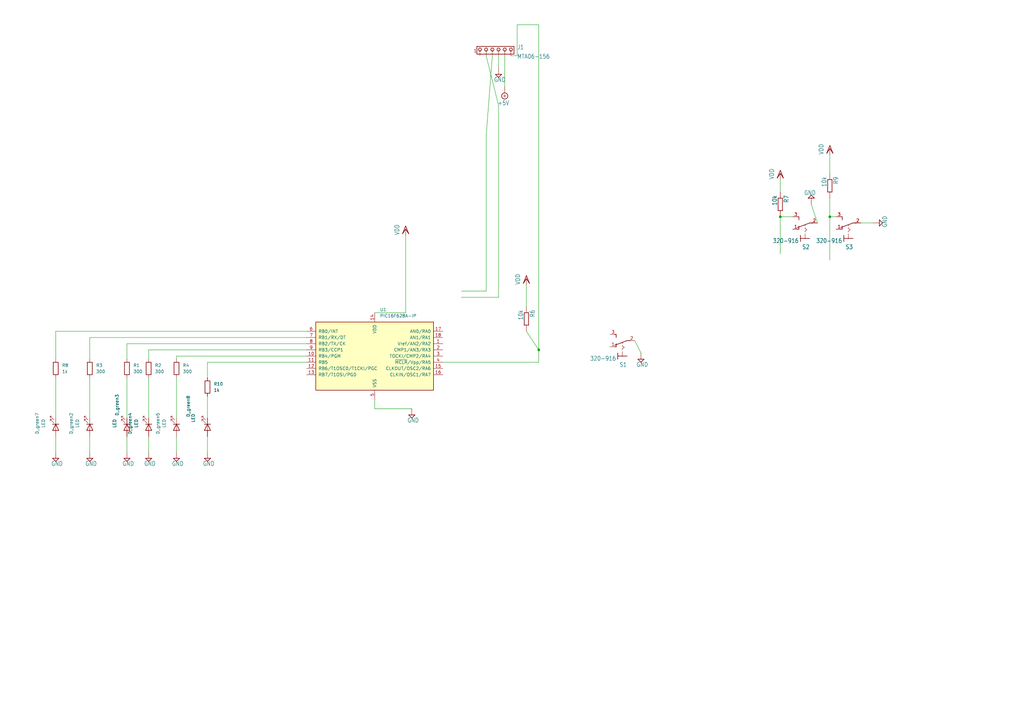
<source format=kicad_sch>
(kicad_sch (version 20250114) (generator "eeschema") (generator_version "9.0")
  (paper "A3")
  (lib_symbols
    (symbol "Device:LED" (pin_numbers (hide yes)) (pin_names (offset 1.016) (hide yes))
      (property "Reference" "D" (at 0 2.54 0))
      (property "Value" "LED" (at 0 -2.54 0))
      (symbol "LED_0_1"
        (polyline (pts (xy -3.048 -0.762) (xy -4.572 -2.286) (xy -3.81 -2.286) (xy -4.572 -2.286) (xy -4.572 -1.524)))
        (polyline (pts (xy -1.778 -0.762) (xy -3.302 -2.286) (xy -2.54 -2.286) (xy -3.302 -2.286) (xy -3.302 -1.524)))
        (polyline (pts (xy -1.27 0) (xy 1.27 0)))
        (polyline (pts (xy -1.27 -1.27) (xy -1.27 1.27)) (stroke (width 0.254)))
        (polyline (pts (xy 1.27 -1.27) (xy 1.27 1.27) (xy -1.27 0) (xy 1.27 -1.27)) (stroke (width 0.254)))
      )
      (symbol "LED_1_1"
        (pin passive line (at -3.81 0 0) (length 2.54) (name "K") (number "1"))
        (pin passive line (at 3.81 0 180) (length 2.54) (name "A") (number "2"))
      )
    )
    (symbol "Device:R" (pin_numbers (hide yes)) (pin_names (offset 0))
      (property "Reference" "R" (at 2.032 0 90))
      (property "Value" "R" (at 0 0 90))
      (symbol "R_0_1"
        (rectangle (start -1.016 -2.54) (end 1.016 2.54) (stroke (width 0.254)))
      )
      (symbol "R_1_1"
        (pin passive line (at 0 3.81 270) (length 1.27) (name "~") (number "1"))
        (pin passive line (at 0 -3.81 90) (length 1.27) (name "~") (number "2"))
      )
    )
    (symbol "MCU_Microchip_PIC16:PIC16F628A-IP" (pin_names (offset 1.016))
      (property "Reference" "U" (at -24.13 17.78 0))
      (property "Value" "PIC16F628A-IP" (at -24.13 15.24 0))
      (symbol "PIC16F628A-IP_0_1"
        (rectangle (start 24.13 13.97) (end -24.13 -13.97) (stroke (width 0.254)) (fill (type background)))
      )
      (symbol "PIC16F628A-IP_1_1"
        (pin bidirectional line (at -27.94 10.16 0) (length 3.81) (name "RB0/INT") (number "6"))
        (pin bidirectional line (at -27.94 7.62 0) (length 3.81) (name "RB1/RX/DT") (number "7"))
        (pin bidirectional line (at -27.94 5.08 0) (length 3.81) (name "RB2/TX/CK") (number "8"))
        (pin bidirectional line (at -27.94 2.54 0) (length 3.81) (name "RB3/CCP1") (number "9"))
        (pin bidirectional line (at -27.94 0 0) (length 3.81) (name "RB4/PGM") (number "10"))
        (pin bidirectional line (at -27.94 -2.54 0) (length 3.81) (name "RB5") (number "11"))
        (pin bidirectional line (at -27.94 -5.08 0) (length 3.81) (name "RB6/T1OSC0/T1CKI/PGC") (number "12"))
        (pin bidirectional line (at -27.94 -7.62 0) (length 3.81) (name "RB7/T1OSI/PGD") (number "13"))
        (pin power_in line (at 0 17.78 270) (length 3.81) (name "VDD") (number "14"))
        (pin power_in line (at 0 -17.78 90) (length 3.81) (name "VSS") (number "5"))
        (pin bidirectional line (at 27.94 10.16 180) (length 3.81) (name "AN0/RA0") (number "17"))
        (pin bidirectional line (at 27.94 7.62 180) (length 3.81) (name "AN1/RA1") (number "18"))
        (pin bidirectional line (at 27.94 5.08 180) (length 3.81) (name "Vref/AN2/RA2") (number "1"))
        (pin bidirectional line (at 27.94 2.54 180) (length 3.81) (name "CMP1/AN3/RA3") (number "2"))
        (pin bidirectional line (at 27.94 0 180) (length 3.81) (name "TOCKI/CMP2/RA4") (number "3"))
        (pin input line (at 27.94 -2.54 180) (length 3.81) (name "~{MCLR}/Vpp/RA5") (number "4"))
        (pin bidirectional line (at 27.94 -5.08 180) (length 3.81) (name "CLKOUT/OSC2/RA6") (number "15"))
        (pin bidirectional line (at 27.94 -7.62 180) (length 3.81) (name "CLKIN/OSC1/RA7") (number "16"))
      )
    )
    (symbol "schemat_regulatora-eagle-import:+5V" (power)
      (property "Value" "+5V" (at -1.905 3.175 0))
      (symbol "+5V_1_0"
        (polyline (pts (xy -0.635 1.27) (xy 0.635 1.27)) (stroke (width 0.1524)))
        (circle (center 0 1.27) (radius 1.27) (stroke (width 0.254)))
        (polyline (pts (xy 0 0.635) (xy 0 1.905)) (stroke (width 0.1524)))
        (pin power_in line (at 0 -2.54 90) (length 2.54) (name "+5V") (number "1"))
      )
    )
    (symbol "schemat_regulatora-eagle-import:320-916"
      (property "Reference" "S" (at -6.35 -1.905 90))
      (property "Value" "320-916" (at -3.81 2.54 90))
      (symbol "320-916_1_0"
        (polyline (pts (xy -5.08 1.905) (xy -3.81 1.905)) (stroke (width 0.254)))
        (polyline (pts (xy -3.81 1.905) (xy -3.81 0)) (stroke (width 0.254)))
        (polyline (pts (xy -3.81 1.905) (xy -2.54 1.905)) (stroke (width 0.254)))
        (polyline (pts (xy -3.81 0) (xy -3.81 -1.905)) (stroke (width 0.254)))
        (polyline (pts (xy -3.81 0) (xy -1.905 0)) (stroke (width 0.1524)))
        (polyline (pts (xy -1.27 0) (xy -0.762 0)) (stroke (width 0.1524)))
        (polyline (pts (xy -0.762 0) (xy -0.254 -0.762)) (stroke (width 0.1524)))
        (polyline (pts (xy -0.254 -0.762) (xy 0.254 0)) (stroke (width 0.1524)))
        (polyline (pts (xy 0 2.54) (xy 0 3.175)) (stroke (width 0.254)))
        (polyline (pts (xy 0 2.54) (xy 1.27 2.54)) (stroke (width 0.254)))
        (polyline (pts (xy 0.254 0) (xy 0.635 0)) (stroke (width 0.1524)))
        (polyline (pts (xy 1.27 0) (xy 1.905 0)) (stroke (width 0.1524)))
        (polyline (pts (xy 2.54 -1.905) (xy 0.635 3.175)) (stroke (width 0.254)))
        (polyline (pts (xy 2.54 -3.175) (xy 2.54 -1.905)) (stroke (width 0.254)))
        (polyline (pts (xy 3.81 2.54) (xy 5.08 2.54)) (stroke (width 0.254)))
        (polyline (pts (xy 5.08 2.54) (xy 5.08 3.175)) (stroke (width 0.254)))
        (pin passive line (at 0 5.08 270) (length 2.54) (name "O") (number "1"))
        (pin passive line (at 2.54 -5.08 90) (length 2.54) (name "P") (number "2"))
        (pin passive line (at 5.08 5.08 270) (length 2.54) (name "S") (number "3"))
      )
    )
    (symbol "schemat_regulatora-eagle-import:GND" (power)
      (property "Value" "GND" (at -1.905 -3.175 0))
      (symbol "GND_1_0"
        (polyline (pts (xy -1.27 0) (xy 1.27 0)) (stroke (width 0.254)))
        (polyline (pts (xy 0 -1.27) (xy -1.27 0)) (stroke (width 0.254)))
        (polyline (pts (xy 1.27 0) (xy 0 -1.27)) (stroke (width 0.254)))
        (pin power_in line (at 0 2.54 270) (length 2.54) (name "GND") (number "1"))
      )
    )
    (symbol "schemat_regulatora-eagle-import:MTA06-156"
      (property "Reference" "J" (at 15.24 0 0))
      (property "Value" "MTA06-156" (at 15.24 -3.81 0))
      (symbol "MTA06-156_1_0"
        (polyline (pts (xy -1.27 1.27) (xy -1.27 -1.905)) (stroke (width 0.254)))
        (polyline (pts (xy -1.27 1.27) (xy 13.97 1.27)) (stroke (width 0.254)))
        (circle (center 0 0) (radius 0.635) (stroke (width 0.254)))
        (circle (center 2.54 0) (radius 0.635) (stroke (width 0.254)))
        (circle (center 5.08 0) (radius 0.635) (stroke (width 0.254)))
        (circle (center 7.62 0) (radius 0.635) (stroke (width 0.254)))
        (circle (center 10.16 0) (radius 0.635) (stroke (width 0.254)))
        (circle (center 12.7 0) (radius 0.635) (stroke (width 0.254)))
        (polyline (pts (xy 13.97 -1.905) (xy -1.27 -1.905)) (stroke (width 0.254)))
        (polyline (pts (xy 13.97 -1.905) (xy 13.97 1.27)) (stroke (width 0.254)))
        (text "1" (at -2.54 -1.27 0) (effects (font (size 1.27 1.0795)) (justify left bottom)))
        (pin passive line (at 0 -2.54 90) (length 2.54) (name "1") (number "1"))
        (pin passive line (at 2.54 -2.54 90) (length 2.54) (name "2") (number "2"))
        (pin passive line (at 5.08 -2.54 90) (length 2.54) (name "3") (number "3"))
        (pin passive line (at 7.62 -2.54 90) (length 2.54) (name "4") (number "4"))
        (pin passive line (at 10.16 -2.54 90) (length 2.54) (name "5") (number "5"))
        (pin passive line (at 12.7 -2.54 90) (length 2.54) (name "6") (number "6"))
      )
    )
    (symbol "schemat_regulatora-eagle-import:R-EU_0204/7"
      (property "Reference" "R" (at -3.81 1.4986 0))
      (property "Value" "R-EU_0204{slash}7" (at -3.81 -3.302 0))
      (symbol "R-EU_0204/7_1_0"
        (polyline (pts (xy -2.54 -0.889) (xy -2.54 0.889)) (stroke (width 0.254)))
        (polyline (pts (xy -2.54 -0.889) (xy 2.54 -0.889)) (stroke (width 0.254)))
        (polyline (pts (xy 2.54 0.889) (xy -2.54 0.889)) (stroke (width 0.254)))
        (polyline (pts (xy 2.54 -0.889) (xy 2.54 0.889)) (stroke (width 0.254)))
        (pin passive line (at -5.08 0 0) (length 2.54) (name "1") (number "1"))
        (pin passive line (at 5.08 0 180) (length 2.54) (name "2") (number "2"))
      )
    )
    (symbol "schemat_regulatora-eagle-import:VDD" (power)
      (property "Value" "VDD" (at -2.54 -2.54 90))
      (symbol "VDD_1_0"
        (polyline (pts (xy 0 1.27) (xy -1.27 -1.905)) (stroke (width 0.254)))
        (polyline (pts (xy 0 0) (xy -1.27 -1.905)) (stroke (width 0.254)))
        (polyline (pts (xy 1.27 -1.905) (xy 0 1.27)) (stroke (width 0.254)))
        (polyline (pts (xy 1.27 -1.905) (xy 0 0)) (stroke (width 0.254)))
        (pin power_in line (at 0 -2.54 90) (length 2.54) (name "VDD") (number "1"))
      )
    )
  )
  (junction (at 340.36 88.9))
  (junction (at 220.98 143.51))
  (junction (at 320.04 88.9))
  (wire (pts (xy 72.39 154.94) (xy 72.39 171.45)))
  (wire (pts (xy 22.86 147.32) (xy 22.86 135.89)))
  (wire (pts (xy 153.67 167.64) (xy 168.91 167.64)))
  (wire (pts (xy 215.9 116.84) (xy 215.9 125.73)))
  (wire (pts (xy 52.07 140.97) (xy 125.73 140.97)))
  (wire (pts (xy 332.74 83.82) (xy 335.28 91.44)))
  (wire (pts (xy 262.89 144.78) (xy 260.35 139.7)))
  (wire (pts (xy 212.09 10.16) (xy 212.09 22.86)))
  (wire (pts (xy 60.96 171.45) (xy 60.96 154.94)))
  (wire (pts (xy 36.83 138.43) (xy 125.73 138.43)))
  (wire (pts (xy 166.37 96.52) (xy 166.37 128.27)))
  (wire (pts (xy 320.04 104.14) (xy 320.04 88.9)))
  (wire (pts (xy 52.07 171.45) (xy 52.07 154.94)))
  (wire (pts (xy 220.98 10.16) (xy 220.98 143.51)))
  (wire (pts (xy 52.07 140.97) (xy 52.07 147.32)))
  (wire (pts (xy 125.73 146.05) (xy 72.39 146.05)))
  (wire (pts (xy 85.09 185.42) (xy 85.09 179.07)))
  (wire (pts (xy 181.61 148.59) (xy 220.98 148.59)))
  (wire (pts (xy 207.01 35.56) (xy 207.01 22.86)))
  (wire (pts (xy 204.47 22.86) (xy 204.47 27.94)))
  (wire (pts (xy 204.47 43.18) (xy 204.47 121.92)))
  (wire (pts (xy 340.36 88.9) (xy 342.9 88.9)))
  (wire (pts (xy 189.23 119.38) (xy 199.39 119.38)))
  (wire (pts (xy 60.96 143.51) (xy 60.96 147.32)))
  (wire (pts (xy 72.39 185.42) (xy 72.39 179.07)))
  (wire (pts (xy 22.86 135.89) (xy 125.73 135.89)))
  (wire (pts (xy 60.96 185.42) (xy 60.96 179.07)))
  (wire (pts (xy 36.83 138.43) (xy 36.83 147.32)))
  (wire (pts (xy 22.86 185.42) (xy 22.86 179.07)))
  (wire (pts (xy 166.37 128.27) (xy 153.67 128.27)))
  (wire (pts (xy 85.09 148.59) (xy 85.09 154.94)))
  (wire (pts (xy 22.86 171.45) (xy 22.86 154.94)))
  (wire (pts (xy 340.36 81.28) (xy 340.36 88.9)))
  (wire (pts (xy 52.07 185.42) (xy 52.07 179.07)))
  (wire (pts (xy 189.23 121.92) (xy 204.47 121.92)))
  (wire (pts (xy 72.39 146.05) (xy 72.39 147.32)))
  (wire (pts (xy 220.98 10.16) (xy 212.09 10.16)))
  (wire (pts (xy 60.96 143.51) (xy 125.73 143.51)))
  (wire (pts (xy 212.09 22.86) (xy 209.55 22.86)))
  (wire (pts (xy 358.14 91.44) (xy 353.06 91.44)))
  (wire (pts (xy 199.39 55.88) (xy 199.39 119.38)))
  (wire (pts (xy 320.04 73.66) (xy 320.04 78.74)))
  (wire (pts (xy 320.04 88.9) (xy 325.12 88.9)))
  (wire (pts (xy 199.39 22.86) (xy 204.47 43.18)))
  (wire (pts (xy 220.98 148.59) (xy 220.98 143.51)))
  (wire (pts (xy 85.09 171.45) (xy 85.09 162.56)))
  (wire (pts (xy 215.9 135.89) (xy 220.98 143.51)))
  (wire (pts (xy 340.36 106.68) (xy 340.36 88.9)))
  (wire (pts (xy 36.83 185.42) (xy 36.83 179.07)))
  (wire (pts (xy 36.83 171.45) (xy 36.83 154.94)))
  (wire (pts (xy 340.36 63.5) (xy 340.36 71.12)))
  (wire (pts (xy 153.67 163.83) (xy 153.67 167.64)))
  (wire (pts (xy 125.73 148.59) (xy 85.09 148.59)))
  (wire (pts (xy 199.39 55.88) (xy 201.93 22.86)))
  (symbol (lib_id "schemat_regulatora-eagle-import:GND") (at 168.91 170.18 0) (unit 1)
    (property "Reference" "#GND01" (effects (hide yes)))
    (property "Value" "GND" (at 167.005 173.355 0) (effects (font (size 1.778 1.5113)) (justify left bottom)))
    (property "Footprint" "schemat_regulatora:" (effects (hide yes)))
  )
  (symbol (lib_id "schemat_regulatora-eagle-import:GND") (at 36.83 187.96 0) (unit 1)
    (property "Reference" "#GND02" (effects (hide yes)))
    (property "Value" "GND" (at 34.925 191.135 0) (effects (font (size 1.778 1.5113)) (justify left bottom)))
    (property "Footprint" "schemat_regulatora:" (effects (hide yes)))
  )
  (symbol (lib_id "schemat_regulatora-eagle-import:R-EU_0204/7") (at 340.36 76.2 270) (unit 1)
    (property "Reference" "R9" (at 341.8586 72.39 0) (effects (font (size 1.778 1.5113)) (justify left bottom)))
    (property "Value" "10k" (at 337.058 72.39 0) (effects (font (size 1.778 1.5113)) (justify left bottom)))
    (property "Footprint" "schemat_regulatora:0204_7" (effects (hide yes)))
  )
  (symbol (lib_id "schemat_regulatora-eagle-import:GND") (at 262.89 147.32 0) (unit 1)
    (property "Reference" "#SUPPLY02" (effects (hide yes)))
    (property "Value" "GND" (at 260.985 150.495 0) (effects (font (size 1.778 1.5113)) (justify left bottom)))
    (property "Footprint" "schemat_regulatora:" (effects (hide yes)))
  )
  (symbol (lib_id "schemat_regulatora-eagle-import:GND") (at 85.09 187.96 0) (unit 1)
    (property "Reference" "#GND011" (effects (hide yes)))
    (property "Value" "GND" (at 83.185 191.135 0) (effects (font (size 1.778 1.5113)) (justify left bottom)))
    (property "Footprint" "schemat_regulatora:" (effects (hide yes)))
  )
  (symbol (lib_id "schemat_regulatora-eagle-import:VDD") (at 320.04 71.12 0) (unit 1)
    (property "Reference" "#VDD03" (effects (hide yes)))
    (property "Value" "VDD" (at 317.5 73.66 90) (effects (font (size 1.778 1.5113)) (justify left bottom)))
    (property "Footprint" "schemat_regulatora:" (effects (hide yes)))
  )
  (symbol (lib_id "schemat_regulatora-eagle-import:320-916") (at 330.2 93.98 90) (unit 1)
    (property "Reference" "S2" (at 332.105 100.33 90) (effects (font (size 1.778 1.5113)) (justify left bottom)))
    (property "Value" "320-916" (at 327.66 97.79 90) (effects (font (size 1.778 1.5113)) (justify left bottom)))
    (property "Footprint" "schemat_regulatora:320-916" (effects (hide yes)))
  )
  (symbol (lib_id "Device:R") (at 36.83 151.13 180) (unit 1)
    (property "Reference" "R3" (at 39.37 149.8599 0) (effects (justify right)))
    (property "Value" "300" (at 39.37 152.3999 0) (effects (justify right)))
  )
  (symbol (lib_id "schemat_regulatora-eagle-import:320-916") (at 255.27 142.24 90) (unit 1)
    (property "Reference" "S1" (at 257.175 148.59 90) (effects (font (size 1.778 1.5113)) (justify left bottom)))
    (property "Value" "320-916" (at 252.73 146.05 90) (effects (font (size 1.778 1.5113)) (justify left bottom)))
    (property "Footprint" "schemat_regulatora:320-916" (effects (hide yes)))
  )
  (symbol (lib_id "Device:R") (at 60.96 151.13 180) (unit 1)
    (property "Reference" "R2" (at 63.5 149.8599 0) (effects (justify right)))
    (property "Value" "300" (at 63.5 152.3999 0) (effects (justify right)))
  )
  (symbol (lib_id "schemat_regulatora-eagle-import:GND") (at 60.96 187.96 0) (unit 1)
    (property "Reference" "#GND05" (effects (hide yes)))
    (property "Value" "GND" (at 59.055 191.135 0) (effects (font (size 1.778 1.5113)) (justify left bottom)))
    (property "Footprint" "schemat_regulatora:" (effects (hide yes)))
  )
  (symbol (lib_id "Device:LED") (at 22.86 175.26 270) (unit 1)
    (property "Reference" "D_green7" (at 15.24 173.6725 0))
    (property "Value" "LED" (at 17.78 173.6725 0))
  )
  (symbol (lib_id "Device:LED") (at 72.39 175.26 270) (unit 1)
    (property "Reference" "D_green5" (at 64.77 173.6725 0))
    (property "Value" "LED" (at 67.31 173.6725 0))
  )
  (symbol (lib_id "Device:R") (at 72.39 151.13 180) (unit 1)
    (property "Reference" "R4" (at 74.93 149.8599 0) (effects (justify right)))
    (property "Value" "300" (at 74.93 152.3999 0) (effects (justify right)))
  )
  (symbol (lib_id "Device:R") (at 85.09 158.75 180) (unit 1)
    (property "Reference" "R10" (at 87.63 157.4799 0) (effects (justify right)))
    (property "Value" "1k" (at 87.63 160.0199 0) (effects (justify right)))
  )
  (symbol (lib_id "schemat_regulatora-eagle-import:GND") (at 52.07 187.96 0) (unit 1)
    (property "Reference" "#GND04" (effects (hide yes)))
    (property "Value" "GND" (at 50.165 191.135 0) (effects (font (size 1.778 1.5113)) (justify left bottom)))
    (property "Footprint" "schemat_regulatora:" (effects (hide yes)))
  )
  (symbol (lib_id "schemat_regulatora-eagle-import:320-916") (at 347.98 93.98 90) (unit 1)
    (property "Reference" "S3" (at 349.885 100.33 90) (effects (font (size 1.778 1.5113)) (justify left bottom)))
    (property "Value" "320-916" (at 345.44 97.79 90) (effects (font (size 1.778 1.5113)) (justify left bottom)))
    (property "Footprint" "schemat_regulatora:320-916" (effects (hide yes)))
  )
  (symbol (lib_id "Device:R") (at 52.07 151.13 180) (unit 1)
    (property "Reference" "R1" (at 54.61 149.8599 0) (effects (justify right)))
    (property "Value" "300" (at 54.61 152.3999 0) (effects (justify right)))
  )
  (symbol (lib_id "schemat_regulatora-eagle-import:VDD") (at 340.36 60.96 0) (unit 1)
    (property "Reference" "#VDD05" (effects (hide yes)))
    (property "Value" "VDD" (at 337.82 63.5 90) (effects (font (size 1.778 1.5113)) (justify left bottom)))
    (property "Footprint" "schemat_regulatora:" (effects (hide yes)))
  )
  (symbol (lib_id "schemat_regulatora-eagle-import:GND") (at 204.47 30.48 0) (unit 1)
    (property "Reference" "#GND03" (effects (hide yes)))
    (property "Value" "GND" (at 202.565 33.655 0) (effects (font (size 1.778 1.5113)) (justify left bottom)))
    (property "Footprint" "schemat_regulatora:" (effects (hide yes)))
  )
  (symbol (lib_id "Device:LED") (at 60.96 175.26 270) (unit 1)
    (property "Reference" "D_green4" (at 53.34 173.6725 0))
    (property "Value" "LED" (at 55.88 173.6725 0))
  )
  (symbol (lib_id "Device:LED") (at 36.83 175.26 270) (unit 1)
    (property "Reference" "D_green2" (at 29.21 173.6725 0))
    (property "Value" "LED" (at 31.75 173.6725 0))
  )
  (symbol (lib_id "schemat_regulatora-eagle-import:MTA06-156") (at 196.85 20.32 0) (unit 1)
    (property "Reference" "J1" (at 212.09 20.32 0) (effects (font (size 1.778 1.5113)) (justify left bottom)))
    (property "Value" "MTA06-156" (at 212.09 24.13 0) (effects (font (size 1.778 1.5113)) (justify left bottom)))
    (property "Footprint" "schemat_regulatora:1X6MTA" (effects (hide yes)))
  )
  (symbol (lib_id "schemat_regulatora-eagle-import:VDD") (at 166.37 93.98 0) (unit 1)
    (property "Reference" "#VDD04" (effects (hide yes)))
    (property "Value" "VDD" (at 163.83 96.52 90) (effects (font (size 1.778 1.5113)) (justify left bottom)))
    (property "Footprint" "schemat_regulatora:" (effects (hide yes)))
  )
  (symbol (lib_id "Device:LED") (at 52.07 175.26 270) (unit 1)
    (property "Reference" "D_green3" (at 48.006 166.116 0))
    (property "Value" "LED" (at 46.99 173.6725 0))
  )
  (symbol (lib_id "schemat_regulatora-eagle-import:GND") (at 22.86 187.96 0) (unit 1)
    (property "Reference" "#GND010" (effects (hide yes)))
    (property "Value" "GND" (at 20.955 191.135 0) (effects (font (size 1.778 1.5113)) (justify left bottom)))
    (property "Footprint" "schemat_regulatora:" (effects (hide yes)))
  )
  (symbol (lib_id "schemat_regulatora-eagle-import:+5V") (at 207.01 38.1 180) (unit 1)
    (property "Reference" "#SUPPLY05" (effects (hide yes)))
    (property "Value" "+5V" (at 208.915 41.275 0) (effects (font (size 1.778 1.5113)) (justify left bottom)))
    (property "Footprint" "schemat_regulatora:" (effects (hide yes)))
  )
  (symbol (lib_id "schemat_regulatora-eagle-import:R-EU_0204/7") (at 320.04 83.82 270) (unit 1)
    (property "Reference" "R7" (at 321.5386 80.01 0) (effects (font (size 1.778 1.5113)) (justify left bottom)))
    (property "Value" "10k" (at 316.738 80.01 0) (effects (font (size 1.778 1.5113)) (justify left bottom)))
    (property "Footprint" "schemat_regulatora:0204_7" (effects (hide yes)))
  )
  (symbol (lib_id "Device:LED") (at 85.09 175.26 270) (unit 1)
    (property "Reference" "D_green8" (at 77.216 166.624 0))
    (property "Value" "LED" (at 79.248 171.45 0))
  )
  (symbol (lib_id "schemat_regulatora-eagle-import:R-EU_0204/7") (at 215.9 130.81 270) (unit 1)
    (property "Reference" "R6" (at 217.3986 127 0) (effects (font (size 1.778 1.5113)) (justify left bottom)))
    (property "Value" "10k" (at 212.598 127 0) (effects (font (size 1.778 1.5113)) (justify left bottom)))
    (property "Footprint" "schemat_regulatora:0204_7" (effects (hide yes)))
  )
  (symbol (lib_id "schemat_regulatora-eagle-import:GND") (at 360.68 91.44 90) (unit 1)
    (property "Reference" "#SUPPLY04" (effects (hide yes)))
    (property "Value" "GND" (at 363.855 93.345 0) (effects (font (size 1.778 1.5113)) (justify left bottom)))
    (property "Footprint" "schemat_regulatora:" (effects (hide yes)))
  )
  (symbol (lib_id "schemat_regulatora-eagle-import:GND") (at 72.39 187.96 0) (unit 1)
    (property "Reference" "#GND06" (effects (hide yes)))
    (property "Value" "GND" (at 70.485 191.135 0) (effects (font (size 1.778 1.5113)) (justify left bottom)))
    (property "Footprint" "schemat_regulatora:" (effects (hide yes)))
  )
  (symbol (lib_id "schemat_regulatora-eagle-import:GND") (at 332.74 81.28 180) (unit 1)
    (property "Reference" "#SUPPLY03" (effects (hide yes)))
    (property "Value" "GND" (at 334.645 78.105 0) (effects (font (size 1.778 1.5113)) (justify left bottom)))
    (property "Footprint" "schemat_regulatora:" (effects (hide yes)))
  )
  (symbol (lib_id "Device:R") (at 22.86 151.13 180) (unit 1)
    (property "Reference" "R8" (at 25.4 149.8599 0) (effects (justify right)))
    (property "Value" "1k" (at 25.4 152.3999 0) (effects (justify right)))
  )
  (symbol (lib_id "MCU_Microchip_PIC16:PIC16F628A-IP") (at 153.67 146.05 0) (unit 1)
    (property "Reference" "U1" (at 155.8133 127 0) (effects (justify left)))
    (property "Value" "PIC16F628A-IP" (at 155.8133 129.54 0) (effects (justify left)))
    (property "Datasheet" "http://ww1.microchip.com/downloads/en/DeviceDoc/40300c.pdf" (effects (hide yes)))
    (property "Description" "2048W Flash, 224B SRAM, 128B EEPROM, DIP18" (effects (hide yes)))
  )
  (symbol (lib_id "schemat_regulatora-eagle-import:VDD") (at 215.9 114.3 0) (unit 1)
    (property "Reference" "#VDD02" (effects (hide yes)))
    (property "Value" "VDD" (at 213.36 116.84 90) (effects (font (size 1.778 1.5113)) (justify left bottom)))
    (property "Footprint" "schemat_regulatora:" (effects (hide yes)))
  )
)
</source>
